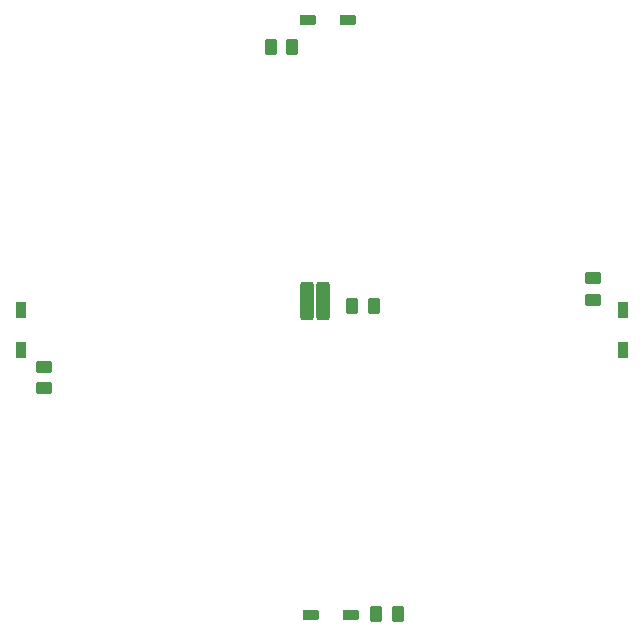
<source format=gbr>
%TF.GenerationSoftware,KiCad,Pcbnew,8.0.5-8.0.5-0~ubuntu22.04.1*%
%TF.CreationDate,2024-10-15T22:57:18-04:00*%
%TF.ProjectId,eclipse_sao_v1,65636c69-7073-4655-9f73-616f5f76312e,rev?*%
%TF.SameCoordinates,Original*%
%TF.FileFunction,Paste,Bot*%
%TF.FilePolarity,Positive*%
%FSLAX46Y46*%
G04 Gerber Fmt 4.6, Leading zero omitted, Abs format (unit mm)*
G04 Created by KiCad (PCBNEW 8.0.5-8.0.5-0~ubuntu22.04.1) date 2024-10-15 22:57:18*
%MOMM*%
%LPD*%
G01*
G04 APERTURE LIST*
G04 Aperture macros list*
%AMRoundRect*
0 Rectangle with rounded corners*
0 $1 Rounding radius*
0 $2 $3 $4 $5 $6 $7 $8 $9 X,Y pos of 4 corners*
0 Add a 4 corners polygon primitive as box body*
4,1,4,$2,$3,$4,$5,$6,$7,$8,$9,$2,$3,0*
0 Add four circle primitives for the rounded corners*
1,1,$1+$1,$2,$3*
1,1,$1+$1,$4,$5*
1,1,$1+$1,$6,$7*
1,1,$1+$1,$8,$9*
0 Add four rect primitives between the rounded corners*
20,1,$1+$1,$2,$3,$4,$5,0*
20,1,$1+$1,$4,$5,$6,$7,0*
20,1,$1+$1,$6,$7,$8,$9,0*
20,1,$1+$1,$8,$9,$2,$3,0*%
G04 Aperture macros list end*
%ADD10RoundRect,0.287500X0.287500X1.362500X-0.287500X1.362500X-0.287500X-1.362500X0.287500X-1.362500X0*%
%ADD11RoundRect,0.225000X0.475000X0.225000X-0.475000X0.225000X-0.475000X-0.225000X0.475000X-0.225000X0*%
%ADD12RoundRect,0.225000X-0.475000X-0.225000X0.475000X-0.225000X0.475000X0.225000X-0.475000X0.225000X0*%
%ADD13RoundRect,0.250000X-0.262500X-0.450000X0.262500X-0.450000X0.262500X0.450000X-0.262500X0.450000X0*%
%ADD14RoundRect,0.225000X0.225000X-0.475000X0.225000X0.475000X-0.225000X0.475000X-0.225000X-0.475000X0*%
%ADD15RoundRect,0.250000X-0.450000X0.262500X-0.450000X-0.262500X0.450000X-0.262500X0.450000X0.262500X0*%
%ADD16RoundRect,0.250000X0.262500X0.450000X-0.262500X0.450000X-0.262500X-0.450000X0.262500X-0.450000X0*%
%ADD17RoundRect,0.225000X-0.225000X0.475000X-0.225000X-0.475000X0.225000X-0.475000X0.225000X0.475000X0*%
%ADD18RoundRect,0.250000X0.450000X-0.262500X0.450000X0.262500X-0.450000X0.262500X-0.450000X-0.262500X0*%
G04 APERTURE END LIST*
D10*
%TO.C,D105*%
X60250000Y-45500000D03*
X61600000Y-45500000D03*
%TD*%
D11*
%TO.C,D104*%
X60550000Y-72100000D03*
X63950000Y-72100000D03*
%TD*%
D12*
%TO.C,D102*%
X63700000Y-21750000D03*
X60300000Y-21750000D03*
%TD*%
D13*
%TO.C,R102*%
X57175000Y-24000000D03*
X59000000Y-24000000D03*
%TD*%
D14*
%TO.C,D101*%
X36000000Y-46300000D03*
X36000000Y-49700000D03*
%TD*%
D15*
%TO.C,R103*%
X84500000Y-43587500D03*
X84500000Y-45412500D03*
%TD*%
D16*
%TO.C,R105*%
X65912500Y-46000000D03*
X64087500Y-46000000D03*
%TD*%
D17*
%TO.C,D103*%
X87000000Y-49700000D03*
X87000000Y-46300000D03*
%TD*%
D18*
%TO.C,R101*%
X38000000Y-52912500D03*
X38000000Y-51087500D03*
%TD*%
D16*
%TO.C,R104*%
X67912500Y-72000000D03*
X66087500Y-72000000D03*
%TD*%
M02*

</source>
